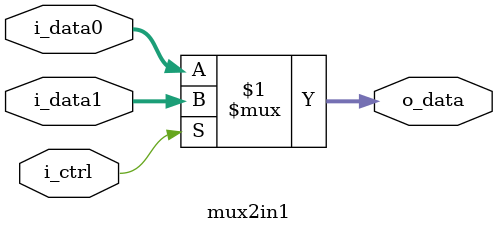
<source format=v>
`timescale 1ns / 1ps


module mux2in1(
	i_data0,
	i_data1,
	i_ctrl,
	o_data
	);

	parameter WIDTH = 32;

	input	[WIDTH-1:0]	i_data0, i_data1; 
	input	i_ctrl;
	output	[WIDTH-1:0]	o_data; 

	assign	o_data = i_ctrl ? i_data1 : i_data0;

endmodule

</source>
